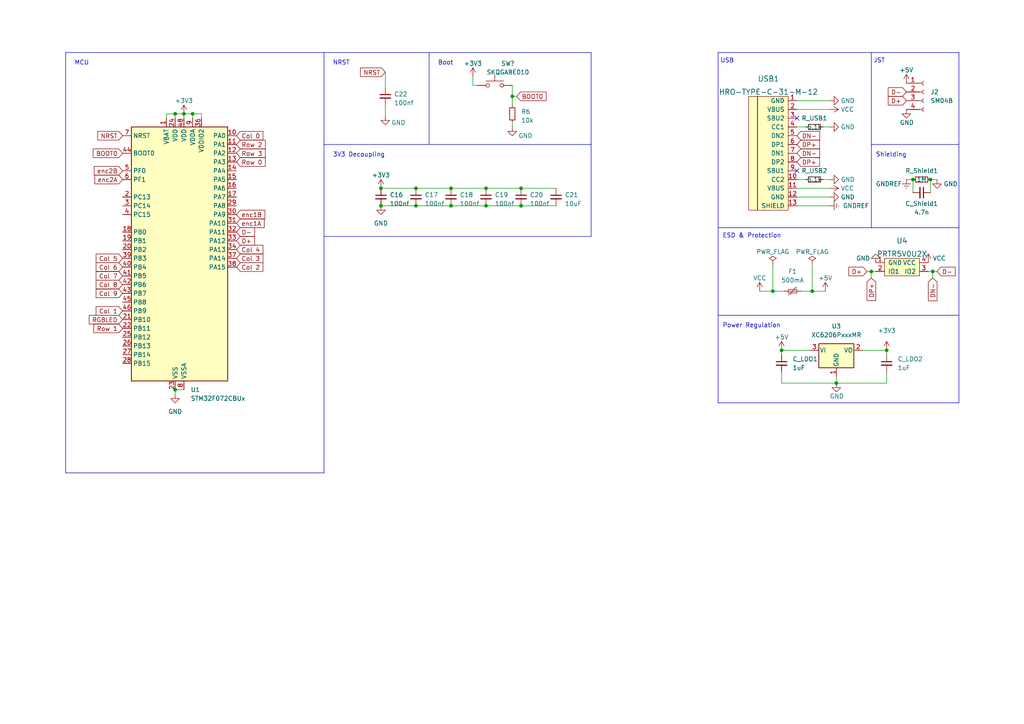
<source format=kicad_sch>
(kicad_sch (version 20230121) (generator eeschema)
  (paper "A4")
  (lib_symbols
    (symbol "+3V3_1" (power) (pin_names (offset 0))
      (property "Value" "+3V3_1" (at 0 3.556 0))
      (symbol "+3V3_1_0_1"
        (polyline (pts (xy -0.762 1.27) (xy 0 2.54)))
        (polyline (pts (xy 0 0) (xy 0 2.54)))
        (polyline (pts (xy 0 2.54) (xy 0.762 1.27)))
      )
      (symbol "+3V3_1_1_1"
        (pin power_in line (at 0 0 90) (length 0) hide (name "+3V3") (number "1"))
      )
    )
    (symbol "Connector:Conn_01x04_Female" (pin_names (offset 1.016) hide)
      (property "Reference" "J" (at 0 5.08 0))
      (property "Value" "Conn_01x04_Female" (at 0 -7.62 0))
      (symbol "Conn_01x04_Female_1_1"
        (arc (start 0 -4.572) (mid -0.5058 -5.08) (end 0 -5.588) (stroke (width 0.1524)))
        (arc (start 0 -2.032) (mid -0.5058 -2.54) (end 0 -3.048) (stroke (width 0.1524)))
        (polyline (pts (xy -1.27 -5.08) (xy -0.508 -5.08)) (stroke (width 0.1524)))
        (polyline (pts (xy -1.27 -2.54) (xy -0.508 -2.54)) (stroke (width 0.1524)))
        (polyline (pts (xy -1.27 0) (xy -0.508 0)) (stroke (width 0.1524)))
        (polyline (pts (xy -1.27 2.54) (xy -0.508 2.54)) (stroke (width 0.1524)))
        (arc (start 0 0.508) (mid -0.5058 0) (end 0 -0.508) (stroke (width 0.1524)))
        (arc (start 0 3.048) (mid -0.5058 2.54) (end 0 2.032) (stroke (width 0.1524)))
        (pin passive line (at -5.08 2.54 0) (length 3.81) (name "Pin_1") (number "1"))
        (pin passive line (at -5.08 0 0) (length 3.81) (name "Pin_2") (number "2"))
        (pin passive line (at -5.08 -2.54 0) (length 3.81) (name "Pin_3") (number "3"))
        (pin passive line (at -5.08 -5.08 0) (length 3.81) (name "Pin_4") (number "4"))
      )
    )
    (symbol "Device:C_Small" (pin_numbers hide) (pin_names (offset 0.254) hide)
      (property "Reference" "C" (at 0.254 1.778 0))
      (property "Value" "C_Small" (at 0.254 -2.032 0))
      (symbol "C_Small_0_1"
        (polyline (pts (xy -1.524 -0.508) (xy 1.524 -0.508)) (stroke (width 0.3302)))
        (polyline (pts (xy -1.524 0.508) (xy 1.524 0.508)) (stroke (width 0.3048)))
      )
      (symbol "C_Small_1_1"
        (pin passive line (at 0 2.54 270) (length 2.032) (name "~") (number "1"))
        (pin passive line (at 0 -2.54 90) (length 2.032) (name "~") (number "2"))
      )
    )
    (symbol "Device:Polyfuse_Small" (pin_numbers hide) (pin_names (offset 0))
      (property "Reference" "F" (at -1.905 0 90))
      (property "Value" "Polyfuse_Small" (at 1.905 0 90))
      (symbol "Polyfuse_Small_0_1"
        (rectangle (start -0.508 1.27) (end 0.508 -1.27))
        (polyline (pts (xy 0 2.54) (xy 0 -2.54)))
        (polyline (pts (xy -1.016 1.27) (xy -1.016 0.762) (xy 1.016 -0.762) (xy 1.016 -1.27)))
      )
      (symbol "Polyfuse_Small_1_1"
        (pin passive line (at 0 2.54 270) (length 0.635) (name "~") (number "1"))
        (pin passive line (at 0 -2.54 90) (length 0.635) (name "~") (number "2"))
      )
    )
    (symbol "Device:R_Small" (pin_numbers hide) (pin_names (offset 0.254) hide)
      (property "Reference" "R" (at 0.762 0.508 0))
      (property "Value" "R_Small" (at 0.762 -1.016 0))
      (symbol "R_Small_0_1"
        (rectangle (start -0.762 1.778) (end 0.762 -1.778) (stroke (width 0.2032)))
      )
      (symbol "R_Small_1_1"
        (pin passive line (at 0 2.54 270) (length 0.762) (name "~") (number "1"))
        (pin passive line (at 0 -2.54 90) (length 0.762) (name "~") (number "2"))
      )
    )
    (symbol "GND_1" (power) (pin_names (offset 0))
      (property "Value" "GND_1" (at 0 -3.81 0))
      (symbol "GND_1_0_1"
        (polyline (pts (xy 0 0) (xy 0 -1.27) (xy 1.27 -1.27) (xy 0 -2.54) (xy -1.27 -1.27) (xy 0 -1.27)))
      )
      (symbol "GND_1_1_1"
        (pin power_in line (at 0 0 270) (length 0) hide (name "GND") (number "1"))
      )
    )
    (symbol "MCU_ST_STM32F0:STM32F072CBUx"
      (property "Reference" "U" (at -12.7 39.37 0))
      (property "Value" "STM32F072CBUx" (at 10.16 39.37 0))
      (symbol "STM32F072CBUx_0_1"
        (rectangle (start -12.7 -35.56) (end 15.24 38.1) (stroke (width 0.254)) (fill (type background)))
      )
      (symbol "STM32F072CBUx_1_1"
        (pin power_in line (at -2.54 40.64 270) (length 2.54) (name "VBAT") (number "1"))
        (pin bidirectional line (at 17.78 35.56 180) (length 2.54) (name "PA0") (number "10"))
        (pin bidirectional line (at 17.78 33.02 180) (length 2.54) (name "PA1") (number "11"))
        (pin bidirectional line (at 17.78 30.48 180) (length 2.54) (name "PA2") (number "12"))
        (pin bidirectional line (at 17.78 27.94 180) (length 2.54) (name "PA3") (number "13"))
        (pin bidirectional line (at 17.78 25.4 180) (length 2.54) (name "PA4") (number "14"))
        (pin bidirectional line (at 17.78 22.86 180) (length 2.54) (name "PA5") (number "15"))
        (pin bidirectional line (at 17.78 20.32 180) (length 2.54) (name "PA6") (number "16"))
        (pin bidirectional line (at 17.78 17.78 180) (length 2.54) (name "PA7") (number "17"))
        (pin bidirectional line (at -15.24 7.62 0) (length 2.54) (name "PB0") (number "18"))
        (pin bidirectional line (at -15.24 5.08 0) (length 2.54) (name "PB1") (number "19"))
        (pin bidirectional line (at -15.24 17.78 0) (length 2.54) (name "PC13") (number "2"))
        (pin bidirectional line (at -15.24 2.54 0) (length 2.54) (name "PB2") (number "20"))
        (pin bidirectional line (at -15.24 -17.78 0) (length 2.54) (name "PB10") (number "21"))
        (pin bidirectional line (at -15.24 -20.32 0) (length 2.54) (name "PB11") (number "22"))
        (pin power_in line (at 0 -38.1 90) (length 2.54) (name "VSS") (number "23"))
        (pin power_in line (at 0 40.64 270) (length 2.54) (name "VDD") (number "24"))
        (pin bidirectional line (at -15.24 -22.86 0) (length 2.54) (name "PB12") (number "25"))
        (pin bidirectional line (at -15.24 -25.4 0) (length 2.54) (name "PB13") (number "26"))
        (pin bidirectional line (at -15.24 -27.94 0) (length 2.54) (name "PB14") (number "27"))
        (pin bidirectional line (at -15.24 -30.48 0) (length 2.54) (name "PB15") (number "28"))
        (pin bidirectional line (at 17.78 15.24 180) (length 2.54) (name "PA8") (number "29"))
        (pin bidirectional line (at -15.24 15.24 0) (length 2.54) (name "PC14") (number "3"))
        (pin bidirectional line (at 17.78 12.7 180) (length 2.54) (name "PA9") (number "30"))
        (pin bidirectional line (at 17.78 10.16 180) (length 2.54) (name "PA10") (number "31"))
        (pin bidirectional line (at 17.78 7.62 180) (length 2.54) (name "PA11") (number "32"))
        (pin bidirectional line (at 17.78 5.08 180) (length 2.54) (name "PA12") (number "33"))
        (pin bidirectional line (at 17.78 2.54 180) (length 2.54) (name "PA13") (number "34"))
        (pin passive line (at 0 -38.1 90) (length 2.54) hide (name "VSS") (number "35"))
        (pin power_in line (at 7.62 40.64 270) (length 2.54) (name "VDDIO2") (number "36"))
        (pin bidirectional line (at 17.78 0 180) (length 2.54) (name "PA14") (number "37"))
        (pin bidirectional line (at 17.78 -2.54 180) (length 2.54) (name "PA15") (number "38"))
        (pin bidirectional line (at -15.24 0 0) (length 2.54) (name "PB3") (number "39"))
        (pin bidirectional line (at -15.24 12.7 0) (length 2.54) (name "PC15") (number "4"))
        (pin bidirectional line (at -15.24 -2.54 0) (length 2.54) (name "PB4") (number "40"))
        (pin bidirectional line (at -15.24 -5.08 0) (length 2.54) (name "PB5") (number "41"))
        (pin bidirectional line (at -15.24 -7.62 0) (length 2.54) (name "PB6") (number "42"))
        (pin bidirectional line (at -15.24 -10.16 0) (length 2.54) (name "PB7") (number "43"))
        (pin input line (at -15.24 30.48 0) (length 2.54) (name "BOOT0") (number "44"))
        (pin bidirectional line (at -15.24 -12.7 0) (length 2.54) (name "PB8") (number "45"))
        (pin bidirectional line (at -15.24 -15.24 0) (length 2.54) (name "PB9") (number "46"))
        (pin passive line (at 0 -38.1 90) (length 2.54) hide (name "VSS") (number "47"))
        (pin power_in line (at 2.54 40.64 270) (length 2.54) (name "VDD") (number "48"))
        (pin passive line (at 0 -38.1 90) (length 2.54) hide (name "VSS") (number "49"))
        (pin bidirectional line (at -15.24 25.4 0) (length 2.54) (name "PF0") (number "5"))
        (pin bidirectional line (at -15.24 22.86 0) (length 2.54) (name "PF1") (number "6"))
        (pin input line (at -15.24 35.56 0) (length 2.54) (name "NRST") (number "7"))
        (pin power_in line (at 2.54 -38.1 90) (length 2.54) (name "VSSA") (number "8"))
        (pin power_in line (at 5.08 40.64 270) (length 2.54) (name "VDDA") (number "9"))
      )
    )
    (symbol "Regulator_Linear:XC6206PxxxMR" (pin_names (offset 0.254))
      (property "Reference" "U" (at -3.81 3.175 0))
      (property "Value" "XC6206PxxxMR" (at 0 3.175 0))
      (symbol "XC6206PxxxMR_0_1"
        (rectangle (start -5.08 1.905) (end 5.08 -5.08) (stroke (width 0.254)) (fill (type background)))
      )
      (symbol "XC6206PxxxMR_1_1"
        (pin power_in line (at 0 -7.62 90) (length 2.54) (name "GND") (number "1"))
        (pin power_out line (at 7.62 0 180) (length 2.54) (name "VO") (number "2"))
        (pin power_in line (at -7.62 0 0) (length 2.54) (name "VI") (number "3"))
      )
    )
    (symbol "Switch:SW_Push" (pin_numbers hide) (pin_names (offset 1.016) hide)
      (property "Reference" "SW" (at 1.27 2.54 0))
      (property "Value" "SW_Push" (at 0 -1.524 0))
      (symbol "SW_Push_0_1"
        (circle (center -2.032 0) (radius 0.508))
        (polyline (pts (xy 0 1.27) (xy 0 3.048)))
        (polyline (pts (xy 2.54 1.27) (xy -2.54 1.27)))
        (circle (center 2.032 0) (radius 0.508))
        (pin passive line (at -5.08 0 0) (length 2.54) (name "1") (number "1"))
        (pin passive line (at 5.08 0 180) (length 2.54) (name "2") (number "2"))
      )
    )
    (symbol "cipulot_parts:HRO-TYPE-C-31-M-12" (pin_names (offset 1.016))
      (property "Reference" "USB" (at -5.08 16.51 0))
      (property "Value" "HRO-TYPE-C-31-M-12" (at -10.16 -1.27 90))
      (symbol "HRO-TYPE-C-31-M-12_0_1"
        (rectangle (start -11.43 15.24) (end -8.89 -17.78) (fill (type background)))
        (rectangle (start 0 -17.78) (end -8.89 15.24) (fill (type background)))
      )
      (symbol "HRO-TYPE-C-31-M-12_1_1"
        (pin input line (at 2.54 13.97 180) (length 2.54) (name "GND") (number "1"))
        (pin input line (at 2.54 -8.89 180) (length 2.54) (name "CC2") (number "10"))
        (pin input line (at 2.54 -11.43 180) (length 2.54) (name "VBUS") (number "11"))
        (pin input line (at 2.54 -13.97 180) (length 2.54) (name "GND") (number "12"))
        (pin input line (at 2.54 -16.51 180) (length 2.54) (name "SHIELD") (number "13"))
        (pin input line (at 2.54 11.43 180) (length 2.54) (name "VBUS") (number "2"))
        (pin input line (at 2.54 8.89 180) (length 2.54) (name "SBU2") (number "3"))
        (pin input line (at 2.54 6.35 180) (length 2.54) (name "CC1") (number "4"))
        (pin input line (at 2.54 3.81 180) (length 2.54) (name "DN2") (number "5"))
        (pin input line (at 2.54 1.27 180) (length 2.54) (name "DP1") (number "6"))
        (pin input line (at 2.54 -1.27 180) (length 2.54) (name "DN1") (number "7"))
        (pin input line (at 2.54 -3.81 180) (length 2.54) (name "DP2") (number "8"))
        (pin input line (at 2.54 -6.35 180) (length 2.54) (name "SBU1") (number "9"))
      )
    )
    (symbol "cipulot_parts:PRTR5V0U2X" (pin_names (offset 1.016))
      (property "Reference" "U" (at 0 3.81 0))
      (property "Value" "PRTR5V0U2X" (at 0 -3.81 0))
      (symbol "PRTR5V0U2X_0_1"
        (rectangle (start -5.08 2.54) (end 5.08 -2.54) (fill (type background)))
      )
      (symbol "PRTR5V0U2X_1_1"
        (pin input line (at -7.62 1.27 0) (length 2.54) (name "GND") (number "1"))
        (pin input line (at -7.62 -1.27 0) (length 2.54) (name "IO1") (number "2"))
        (pin input line (at 7.62 -1.27 180) (length 2.54) (name "IO2") (number "3"))
        (pin input line (at 7.62 1.27 180) (length 2.54) (name "VCC") (number "4"))
      )
    )
    (symbol "power:+3V3" (power) (pin_names (offset 0))
      (property "Value" "+3V3" (at 0 3.556 0))
      (symbol "+3V3_0_1"
        (polyline (pts (xy -0.762 1.27) (xy 0 2.54)))
        (polyline (pts (xy 0 0) (xy 0 2.54)))
        (polyline (pts (xy 0 2.54) (xy 0.762 1.27)))
      )
      (symbol "+3V3_1_1"
        (pin power_in line (at 0 0 90) (length 0) hide (name "+3V3") (number "1"))
      )
    )
    (symbol "power:+5V" (power) (pin_names (offset 0))
      (property "Value" "+5V" (at 0 3.556 0))
      (symbol "+5V_0_1"
        (polyline (pts (xy -0.762 1.27) (xy 0 2.54)))
        (polyline (pts (xy 0 0) (xy 0 2.54)))
        (polyline (pts (xy 0 2.54) (xy 0.762 1.27)))
      )
      (symbol "+5V_1_1"
        (pin power_in line (at 0 0 90) (length 0) hide (name "+5V") (number "1"))
      )
    )
    (symbol "power:GND" (power) (pin_names (offset 0))
      (property "Value" "GND" (at 0 -3.81 0))
      (symbol "GND_0_1"
        (polyline (pts (xy 0 0) (xy 0 -1.27) (xy 1.27 -1.27) (xy 0 -2.54) (xy -1.27 -1.27) (xy 0 -1.27)))
      )
      (symbol "GND_1_1"
        (pin power_in line (at 0 0 270) (length 0) hide (name "GND") (number "1"))
      )
    )
    (symbol "power:GNDREF" (power) (pin_names (offset 0))
      (property "Value" "GNDREF" (at 0 -3.81 0))
      (symbol "GNDREF_0_1"
        (polyline (pts (xy -0.635 -1.905) (xy 0.635 -1.905)))
        (polyline (pts (xy -0.127 -2.54) (xy 0.127 -2.54)))
        (polyline (pts (xy 0 -1.27) (xy 0 0)))
        (polyline (pts (xy 1.27 -1.27) (xy -1.27 -1.27)))
      )
      (symbol "GNDREF_1_1"
        (pin power_in line (at 0 0 270) (length 0) hide (name "GNDREF") (number "1"))
      )
    )
    (symbol "power:PWR_FLAG" (power) (pin_numbers hide) (pin_names (offset 0) hide)
      (property "Value" "PWR_FLAG" (at 0 3.81 0))
      (symbol "PWR_FLAG_0_0"
        (pin power_out line (at 0 0 90) (length 0) (name "pwr") (number "1"))
      )
      (symbol "PWR_FLAG_0_1"
        (polyline (pts (xy 0 0) (xy 0 1.27) (xy -1.016 1.905) (xy 0 2.54) (xy 1.016 1.905) (xy 0 1.27)))
      )
    )
    (symbol "power:VCC" (power) (pin_names (offset 0))
      (property "Value" "VCC" (at 0 3.81 0))
      (symbol "VCC_0_1"
        (polyline (pts (xy -0.762 1.27) (xy 0 2.54)))
        (polyline (pts (xy 0 0) (xy 0 2.54)))
        (polyline (pts (xy 0 2.54) (xy 0.762 1.27)))
      )
      (symbol "VCC_1_1"
        (pin power_in line (at 0 0 90) (length 0) hide (name "VCC") (number "1"))
      )
    )
  )
  (junction (at 270.51 78.74))
  (junction (at 257.175 101.6))
  (junction (at 264.795 52.07))
  (junction (at 120.65 54.61))
  (junction (at 50.8 113.03))
  (junction (at 269.875 52.07))
  (junction (at 252.73 78.74))
  (junction (at 110.49 59.69))
  (junction (at 151.13 54.61))
  (junction (at 110.49 54.61))
  (junction (at 224.155 84.455))
  (junction (at 130.81 54.61))
  (junction (at 130.81 59.69))
  (junction (at 151.13 59.69))
  (junction (at 148.59 27.94))
  (junction (at 242.57 111.125))
  (junction (at 53.34 33.02))
  (junction (at 50.8 33.02))
  (junction (at 55.88 33.02))
  (junction (at 120.65 59.69))
  (junction (at 140.97 54.61))
  (junction (at 235.585 84.455))
  (junction (at 226.695 101.6))
  (junction (at 140.97 59.69))
  (no_connect (at 231.14 34.29))
  (no_connect (at 231.14 49.53))
  (wire (pts (xy 50.8 114.3) (xy 50.8 113.03)))
  (polyline (pts (xy 252.73 41.91) (xy 278.13 41.91)))
  (wire (pts (xy 110.49 59.69) (xy 120.65 59.69)))
  (wire (pts (xy 231.14 54.61) (xy 240.665 54.61)))
  (polyline (pts (xy 208.28 15.24) (xy 208.28 66.04)))
  (polyline (pts (xy 208.28 91.44) (xy 278.13 91.44)))
  (polyline (pts (xy 278.13 66.04) (xy 278.13 116.84)))
  (polyline (pts (xy 93.98 137.16) (xy 93.98 15.24)))
  (polyline (pts (xy 152.4 15.24) (xy 171.45 15.24)))
  (wire (pts (xy 148.59 27.94) (xy 149.86 27.94)))
  (wire (pts (xy 50.8 33.02) (xy 50.8 34.29)))
  (wire (pts (xy 138.43 24.765) (xy 137.16 24.765)))
  (wire (pts (xy 231.14 57.15) (xy 240.665 57.15)))
  (wire (pts (xy 55.88 33.02) (xy 55.88 34.29)))
  (wire (pts (xy 148.59 24.765) (xy 148.59 27.94)))
  (wire (pts (xy 48.26 33.02) (xy 48.26 34.29)))
  (wire (pts (xy 130.81 54.61) (xy 140.97 54.61)))
  (wire (pts (xy 50.8 113.03) (xy 53.34 113.03)))
  (wire (pts (xy 137.16 24.765) (xy 137.16 22.225)))
  (wire (pts (xy 226.695 107.95) (xy 226.695 111.125)))
  (polyline (pts (xy 19.05 137.16) (xy 93.98 137.16)))
  (wire (pts (xy 53.34 33.02) (xy 53.34 34.29)))
  (wire (pts (xy 224.155 84.455) (xy 227.33 84.455)))
  (polyline (pts (xy 278.13 15.24) (xy 278.13 66.04)))
  (polyline (pts (xy 208.28 15.24) (xy 278.13 15.24)))
  (wire (pts (xy 262.89 52.07) (xy 264.795 52.07)))
  (wire (pts (xy 238.76 52.07) (xy 240.665 52.07)))
  (polyline (pts (xy 252.73 15.24) (xy 252.73 66.04)))
  (wire (pts (xy 252.73 78.74) (xy 254 78.74)))
  (wire (pts (xy 140.97 54.61) (xy 151.13 54.61)))
  (polyline (pts (xy 93.98 68.58) (xy 171.45 68.58)))
  (wire (pts (xy 120.65 59.69) (xy 130.81 59.69)))
  (wire (pts (xy 130.81 59.69) (xy 140.97 59.69)))
  (wire (pts (xy 220.345 84.455) (xy 224.155 84.455)))
  (wire (pts (xy 252.73 78.74) (xy 252.73 80.645)))
  (polyline (pts (xy 171.45 68.58) (xy 171.45 41.91)))
  (wire (pts (xy 231.14 29.21) (xy 240.665 29.21)))
  (polyline (pts (xy 124.46 15.24) (xy 124.46 41.91)))
  (wire (pts (xy 250.19 101.6) (xy 257.175 101.6)))
  (wire (pts (xy 140.97 59.69) (xy 151.13 59.69)))
  (wire (pts (xy 257.175 111.125) (xy 257.175 107.95)))
  (wire (pts (xy 231.14 52.07) (xy 233.68 52.07)))
  (wire (pts (xy 148.59 27.94) (xy 148.59 30.48)))
  (wire (pts (xy 235.585 76.835) (xy 235.585 84.455)))
  (wire (pts (xy 111.76 20.955) (xy 111.76 25.4)))
  (wire (pts (xy 226.695 101.6) (xy 226.695 102.87)))
  (polyline (pts (xy 93.98 15.24) (xy 19.05 15.24)))
  (wire (pts (xy 224.155 76.835) (xy 224.155 84.455)))
  (wire (pts (xy 151.13 59.69) (xy 161.29 59.69)))
  (wire (pts (xy 264.795 52.07) (xy 264.795 55.88)))
  (wire (pts (xy 55.88 33.02) (xy 58.42 33.02)))
  (wire (pts (xy 231.14 31.75) (xy 240.665 31.75)))
  (wire (pts (xy 257.175 101.6) (xy 257.175 102.87)))
  (wire (pts (xy 251.46 78.74) (xy 252.73 78.74)))
  (polyline (pts (xy 278.13 66.04) (xy 208.28 66.04)))
  (polyline (pts (xy 93.98 41.91) (xy 152.4 41.91)))
  (wire (pts (xy 48.26 33.02) (xy 50.8 33.02)))
  (wire (pts (xy 235.585 84.455) (xy 239.395 84.455)))
  (wire (pts (xy 232.41 84.455) (xy 235.585 84.455)))
  (wire (pts (xy 50.8 33.02) (xy 53.34 33.02)))
  (wire (pts (xy 231.14 59.69) (xy 240.665 59.69)))
  (wire (pts (xy 270.51 78.74) (xy 270.51 80.645)))
  (wire (pts (xy 226.695 101.6) (xy 234.95 101.6)))
  (wire (pts (xy 58.42 33.02) (xy 58.42 34.29)))
  (wire (pts (xy 269.875 52.07) (xy 271.78 52.07)))
  (wire (pts (xy 110.49 54.61) (xy 120.65 54.61)))
  (wire (pts (xy 270.51 78.74) (xy 271.78 78.74)))
  (wire (pts (xy 120.65 54.61) (xy 130.81 54.61)))
  (polyline (pts (xy 208.28 116.84) (xy 208.28 66.04)))
  (polyline (pts (xy 278.13 116.84) (xy 208.28 116.84)))
  (wire (pts (xy 231.14 36.83) (xy 233.68 36.83)))
  (polyline (pts (xy 93.98 15.24) (xy 152.4 15.24)))
  (polyline (pts (xy 19.05 15.24) (xy 19.05 137.16)))
  (wire (pts (xy 55.88 33.02) (xy 53.34 33.02)))
  (wire (pts (xy 269.24 78.74) (xy 270.51 78.74)))
  (polyline (pts (xy 171.45 15.24) (xy 171.45 41.91)))
  (wire (pts (xy 269.875 52.07) (xy 269.875 55.88)))
  (wire (pts (xy 151.13 54.61) (xy 161.29 54.61)))
  (wire (pts (xy 226.695 111.125) (xy 242.57 111.125)))
  (wire (pts (xy 242.57 111.125) (xy 257.175 111.125)))
  (wire (pts (xy 148.59 35.56) (xy 148.59 36.83)))
  (wire (pts (xy 238.76 36.83) (xy 240.665 36.83)))
  (wire (pts (xy 242.57 109.22) (xy 242.57 111.125)))
  (polyline (pts (xy 152.4 41.91) (xy 171.45 41.91)))
  (wire (pts (xy 111.76 33.655) (xy 111.76 30.48)))
  (text "Power Regulation" (at 209.55 95.25 0) (effects (font (size 1.27 1.27)) (justify left bottom)))
  (text "MCU" (at 21.59 19.05 0) (effects (font (size 1.27 1.27)) (justify left bottom)))
  (text "JST" (at 253.365 18.415 0) (effects (font (size 1.27 1.27)) (justify left bottom)))
  (text "USB\n" (at 208.915 18.415 0) (effects (font (size 1.27 1.27)) (justify left bottom)))
  (text "Boot" (at 127 19.05 0) (effects (font (size 1.27 1.27)) (justify left bottom)))
  (text "Shielding\n" (at 254 45.72 0) (effects (font (size 1.27 1.27)) (justify left bottom)))
  (text "ESD & Protection" (at 209.55 69.215 0) (effects (font (size 1.27 1.27)) (justify left bottom)))
  (text "NRST" (at 96.52 19.05 0) (effects (font (size 1.27 1.27)) (justify left bottom)))
  (text "3V3 Decoupling" (at 96.52 45.72 0) (effects (font (size 1.27 1.27)) (justify left bottom)))
  (global_label "Col 8" (shape input) (at 35.56 82.55 180) (property "Intersheetrefs" "${INTERSHEET_REFS}" (effects hide)))
  (global_label "D-" (shape input) (at 271.78 78.74 0) (property "Intersheetrefs" "${INTERSHEET_REFS}" (effects hide)))
  (global_label "Col 1" (shape input) (at 35.56 90.17 180) (property "Intersheetrefs" "${INTERSHEET_REFS}" (effects hide)))
  (global_label "enc2A" (shape input) (at 35.56 52.07 180) (property "Intersheetrefs" "${INTERSHEET_REFS}" (effects hide)))
  (global_label "D-" (shape input) (at 262.89 26.67 180) (property "Intersheetrefs" "${INTERSHEET_REFS}" (effects hide)))
  (global_label "RGBLED" (shape input) (at 35.56 92.71 180) (property "Intersheetrefs" "${INTERSHEET_REFS}" (effects hide)))
  (global_label "Col 0" (shape input) (at 68.58 39.37 0) (property "Intersheetrefs" "${INTERSHEET_REFS}" (effects hide)))
  (global_label "D+" (shape input) (at 251.46 78.74 180) (property "Intersheetrefs" "${INTERSHEET_REFS}" (effects hide)))
  (global_label "DP+" (shape input) (at 231.14 41.91 0) (property "Intersheetrefs" "${INTERSHEET_REFS}" (effects hide)))
  (global_label "Row 2" (shape input) (at 68.58 41.91 0) (property "Intersheetrefs" "${INTERSHEET_REFS}" (effects hide)))
  (global_label "D+" (shape input) (at 68.58 69.85 0) (property "Intersheetrefs" "${INTERSHEET_REFS}" (effects hide)))
  (global_label "Row 0" (shape input) (at 68.58 46.99 0) (property "Intersheetrefs" "${INTERSHEET_REFS}" (effects hide)))
  (global_label "NRST" (shape input) (at 35.56 39.37 180) (property "Intersheetrefs" "${INTERSHEET_REFS}" (effects hide)))
  (global_label "DN-" (shape input) (at 231.14 44.45 0) (property "Intersheetrefs" "${INTERSHEET_REFS}" (effects hide)))
  (global_label "Col 5" (shape input) (at 35.56 74.93 180) (property "Intersheetrefs" "${INTERSHEET_REFS}" (effects hide)))
  (global_label "Col 2" (shape input) (at 68.58 77.47 0) (property "Intersheetrefs" "${INTERSHEET_REFS}" (effects hide)))
  (global_label "D+" (shape input) (at 262.89 29.21 180) (property "Intersheetrefs" "${INTERSHEET_REFS}" (effects hide)))
  (global_label "Col 9" (shape input) (at 35.56 85.09 180) (property "Intersheetrefs" "${INTERSHEET_REFS}" (effects hide)))
  (global_label "Col 6" (shape input) (at 35.56 77.47 180) (property "Intersheetrefs" "${INTERSHEET_REFS}" (effects hide)))
  (global_label "Col 7" (shape input) (at 35.56 80.01 180) (property "Intersheetrefs" "${INTERSHEET_REFS}" (effects hide)))
  (global_label "Row 3" (shape input) (at 68.58 44.45 0) (property "Intersheetrefs" "${INTERSHEET_REFS}" (effects hide)))
  (global_label "NRST" (shape input) (at 111.76 20.955 180) (property "Intersheetrefs" "${INTERSHEET_REFS}" (effects hide)))
  (global_label "enc1B" (shape input) (at 68.58 62.23 0) (property "Intersheetrefs" "${INTERSHEET_REFS}" (effects hide)))
  (global_label "Row 1" (shape input) (at 35.56 95.25 180) (property "Intersheetrefs" "${INTERSHEET_REFS}" (effects hide)))
  (global_label "enc1A" (shape input) (at 68.58 64.77 0) (property "Intersheetrefs" "${INTERSHEET_REFS}" (effects hide)))
  (global_label "enc2B" (shape input) (at 35.56 49.53 180) (property "Intersheetrefs" "${INTERSHEET_REFS}" (effects hide)))
  (global_label "Col 3" (shape input) (at 68.58 74.93 0) (property "Intersheetrefs" "${INTERSHEET_REFS}" (effects hide)))
  (global_label "DN-" (shape input) (at 231.14 39.37 0) (property "Intersheetrefs" "${INTERSHEET_REFS}" (effects hide)))
  (global_label "BOOT0" (shape input) (at 35.56 44.45 180) (property "Intersheetrefs" "${INTERSHEET_REFS}" (effects hide)))
  (global_label "Col 4" (shape input) (at 68.58 72.39 0) (property "Intersheetrefs" "${INTERSHEET_REFS}" (effects hide)))
  (global_label "BOOT0" (shape input) (at 149.86 27.94 0) (property "Intersheetrefs" "${INTERSHEET_REFS}" (effects hide)))
  (global_label "DP+" (shape input) (at 252.73 80.645 270) (property "Intersheetrefs" "${INTERSHEET_REFS}" (effects hide)))
  (global_label "DP+" (shape input) (at 231.14 46.99 0) (property "Intersheetrefs" "${INTERSHEET_REFS}" (effects hide)))
  (global_label "DN-" (shape input) (at 270.51 80.645 270) (property "Intersheetrefs" "${INTERSHEET_REFS}" (effects hide)))
  (global_label "D-" (shape input) (at 68.58 67.31 0) (property "Intersheetrefs" "${INTERSHEET_REFS}" (effects hide)))
  (symbol (lib_id "power:+3V3") (at 257.175 101.6 0) (unit 1)
    (property "Reference" "#PWR0125" (effects hide))
    (property "Value" "+3V3" (at 257.175 95.885 0))
  )
  (symbol (lib_id "Device:C_Small") (at 226.695 105.41 0) (unit 1)
    (property "Reference" "C_LDO1" (at 229.87 104.1463 0) (effects (justify left)))
    (property "Value" "1uF" (at 229.87 106.6863 0) (effects (justify left)))
    (property "Footprint" "Capacitor_SMD:C_0402_1005Metric" (effects hide))
  )
  (symbol (lib_id "power:+5V") (at 262.89 24.13 0) (unit 1)
    (property "Reference" "#PWR0127" (effects hide))
    (property "Value" "+5V" (at 262.89 20.32 0))
  )
  (symbol (lib_id "power:GND") (at 240.665 57.15 90) (unit 1)
    (property "Reference" "#PWR0136" (effects hide))
    (property "Value" "GND" (at 243.84 57.1499 90) (effects (justify right)))
  )
  (symbol (lib_id "power:GND") (at 242.57 111.125 0) (unit 1)
    (property "Reference" "#PWR0126" (effects hide))
    (property "Value" "GND" (at 240.665 114.935 0) (effects (justify left)))
  )
  (symbol (lib_id "Device:C_Small") (at 110.49 57.15 0) (unit 1)
    (property "Reference" "C16" (at 113.03 56.5213 0) (effects (justify left)))
    (property "Value" "100nf" (at 113.03 59.0613 0) (effects (justify left)))
    (property "Footprint" "Capacitor_SMD:C_0402_1005Metric" (effects hide))
  )
  (symbol (lib_id "power:VCC") (at 220.345 84.455 0) (unit 1)
    (property "Reference" "#PWR0143" (effects hide))
    (property "Value" "VCC" (at 220.345 80.645 0))
  )
  (symbol (lib_id "Device:C_Small") (at 257.175 105.41 0) (unit 1)
    (property "Reference" "C_LDO2" (at 260.35 104.1463 0) (effects (justify left)))
    (property "Value" "1uF" (at 260.35 106.6863 0) (effects (justify left)))
    (property "Footprint" "Capacitor_SMD:C_0402_1005Metric" (effects hide))
  )
  (symbol (lib_id "Switch:SW_Push") (at 143.51 24.765 0) (unit 1)
    (property "Reference" "SW?" (at 147.32 18.415 0))
    (property "Value" "SKQGABE010" (at 147.32 20.955 0))
    (property "Footprint" "Connector_PinSocket_2.54mm:PinSocket_1x02_P2.54mm_Vertical" (effects hide))
    (property "LCSC" "C115351" (effects hide))
    (instances (project "TKL" (path "" (reference "SW?") (unit 1))) (project "Eightu" (path "" (reference "SW6") (unit 1))) (project "stm32_hotswap_chiffre" (path "" (reference "SW37") (unit 1))) (project "Infernum HS" (path "" (reference "SW5") (unit 1))))
  )
  (symbol (lib_id "Device:R_Small") (at 267.335 52.07 90) (unit 1)
    (property "Reference" "R_Shield1" (at 267.335 49.53 90))
    (property "Value" "1M" (at 267.335 52.07 90))
    (property "Footprint" "Resistor_SMD:R_0402_1005Metric" (effects hide))
  )
  (symbol (lib_id "power:GND") (at 240.665 36.83 90) (unit 1)
    (property "Reference" "#PWR0133" (effects hide))
    (property "Value" "GND" (at 243.84 36.8299 90) (effects (justify right)))
  )
  (symbol (lib_id "Device:R_Small") (at 236.22 36.83 90) (unit 1)
    (property "Reference" "R_USB1" (at 236.22 34.29 90))
    (property "Value" "5.1k" (at 236.22 36.83 90))
    (property "Footprint" "Resistor_SMD:R_0402_1005Metric" (effects hide))
  )
  (symbol (lib_id "power:GND") (at 148.59 36.83 0) (unit 1)
    (property "Reference" "#PWR?" (effects hide))
    (property "Value" "GND" (at 152.4 39.37 0))
    (instances (project "TKL" (path "" (reference "#PWR?") (unit 1))) (project "Eightu" (path "" (reference "#PWR011") (unit 1))) (project "stm32_hotswap_chiffre" (path "" (reference "#PWR011") (unit 1))) (project "Infernum HS" (path "" (reference "#PWR05") (unit 1))))
  )
  (symbol (lib_id "power:PWR_FLAG") (at 235.585 76.835 0) (unit 1)
    (property "Reference" "#FLG0101" (effects hide))
    (property "Value" "PWR_FLAG" (at 235.585 73.025 0))
  )
  (symbol (lib_id "power:GND") (at 254 76.2 180) (unit 1)
    (property "Reference" "#PWR0144" (effects hide))
    (property "Value" "GND" (at 248.285 74.93 0) (effects (justify right)))
  )
  (symbol (lib_name "+3V3_1") (lib_id "power:+3V3") (at 110.49 54.61 0) (unit 1)
    (property "Reference" "#PWR01" (effects hide))
    (property "Value" "+3V3" (at 110.49 50.8 0))
  )
  (symbol (lib_id "power:GND") (at 240.665 29.21 90) (unit 1)
    (property "Reference" "#PWR0131" (effects hide))
    (property "Value" "GND" (at 243.84 29.2099 90) (effects (justify right)))
  )
  (symbol (lib_id "power:VCC") (at 240.665 31.75 270) (unit 1)
    (property "Reference" "#PWR0132" (effects hide))
    (property "Value" "VCC" (at 243.84 31.7499 90) (effects (justify left)))
  )
  (symbol (lib_id "Connector:Conn_01x04_Female") (at 267.97 26.67 0) (unit 1)
    (property "Reference" "J2" (at 269.875 26.6699 0) (effects (justify left)))
    (property "Value" "SM04B" (at 269.875 29.2099 0) (effects (justify left)))
    (property "Footprint" "Connector_JST:JST_SH_SM04B-SRSS-TB_1x04-1MP_P1.00mm_Horizontal" (effects hide))
  )
  (symbol (lib_id "power:GNDREF") (at 262.89 52.07 0) (unit 1)
    (property "Reference" "#PWR0138" (effects hide))
    (property "Value" "GNDREF" (at 254 53.34 0) (effects (justify left)))
  )
  (symbol (lib_id "Device:C_Small") (at 130.81 57.15 0) (unit 1)
    (property "Reference" "C18" (at 133.35 56.5213 0) (effects (justify left)))
    (property "Value" "100nf" (at 133.35 59.0613 0) (effects (justify left)))
    (property "Footprint" "Capacitor_SMD:C_0402_1005Metric" (effects hide))
  )
  (symbol (lib_id "Device:C_Small") (at 120.65 57.15 0) (unit 1)
    (property "Reference" "C17" (at 123.19 56.5213 0) (effects (justify left)))
    (property "Value" "100nf" (at 123.19 59.0613 0) (effects (justify left)))
    (property "Footprint" "Capacitor_SMD:C_0402_1005Metric" (effects hide))
  )
  (symbol (lib_id "MCU_ST_STM32F0:STM32F072CBUx") (at 50.8 74.93 0) (unit 1)
    (property "Reference" "U1" (at 55.2959 113.03 0) (effects (justify left)))
    (property "Value" "STM32F072CBUx" (at 55.2959 115.57 0) (effects (justify left)))
    (property "Footprint" "Package_DFN_QFN:QFN-48-1EP_7x7mm_P0.5mm_EP5.6x5.6mm" (effects hide))
    (property "Datasheet" "https://www.st.com/resource/en/datasheet/stm32f072cb.pdf" (effects hide))
  )
  (symbol (lib_id "power:GND") (at 271.78 52.07 0) (unit 1)
    (property "Reference" "#PWR0139" (effects hide))
    (property "Value" "GND" (at 273.685 53.3399 0) (effects (justify left)))
  )
  (symbol (lib_id "power:GND") (at 111.76 33.655 0) (mirror y) (unit 1)
    (property "Reference" "#PWR?" (effects hide))
    (property "Value" "GND" (at 115.57 35.56 0))
    (instances (project "TKL" (path "" (reference "#PWR?") (unit 1))) (project "Eightu" (path "" (reference "#PWR012") (unit 1))) (project "stm32_hotswap_chiffre" (path "" (reference "#PWR012") (unit 1))) (project "Infernum HS" (path "" (reference "#PWR03") (unit 1))))
  )
  (symbol (lib_id "power:+3V3") (at 53.34 33.02 0) (unit 1)
    (property "Reference" "#PWR06" (effects hide))
    (property "Value" "+3V3" (at 53.34 29.21 0))
    (instances (project "Eightu" (path "" (reference "#PWR06") (unit 1))) (project "stm32_hotswap_chiffre" (path "" (reference "#PWR01") (unit 1))) (project "Infernum HS" (path "" (reference "#PWR08") (unit 1))))
  )
  (symbol (lib_id "power:GND") (at 240.665 52.07 90) (unit 1)
    (property "Reference" "#PWR0135" (effects hide))
    (property "Value" "GND" (at 243.84 52.0699 90) (effects (justify right)))
  )
  (symbol (lib_id "power:+5V") (at 226.695 101.6 0) (unit 1)
    (property "Reference" "#PWR0124" (effects hide))
    (property "Value" "+5V" (at 226.695 97.79 0))
  )
  (symbol (lib_id "power:GNDREF") (at 240.665 59.69 90) (unit 1)
    (property "Reference" "#PWR0137" (effects hide))
    (property "Value" "GNDREF" (at 244.475 59.6899 90) (effects (justify right)))
  )
  (symbol (lib_id "Device:Polyfuse_Small") (at 229.87 84.455 90) (unit 1)
    (property "Reference" "F1" (at 229.87 78.74 90))
    (property "Value" "500mA" (at 229.87 81.28 90))
    (property "Footprint" "Fuse:Fuse_0805_2012Metric" (effects hide))
  )
  (symbol (lib_id "power:VCC") (at 240.665 54.61 270) (unit 1)
    (property "Reference" "#PWR0134" (effects hide))
    (property "Value" "VCC" (at 243.84 54.6099 90) (effects (justify left)))
  )
  (symbol (lib_id "power:VCC") (at 269.24 76.2 0) (unit 1)
    (property "Reference" "#PWR0140" (effects hide))
    (property "Value" "VCC" (at 270.51 74.93 0) (effects (justify left)))
  )
  (symbol (lib_id "power:+3V3") (at 137.16 22.225 0) (mirror y) (unit 1)
    (property "Reference" "#PWR010" (effects hide))
    (property "Value" "+3V3" (at 137.16 18.415 0))
    (instances (project "Eightu" (path "" (reference "#PWR010") (unit 1))) (project "stm32_hotswap_chiffre" (path "" (reference "#PWR09") (unit 1))) (project "Infernum HS" (path "" (reference "#PWR04") (unit 1))))
  )
  (symbol (lib_id "Device:R_Small") (at 236.22 52.07 90) (unit 1)
    (property "Reference" "R_USB2" (at 236.22 49.53 90))
    (property "Value" "5.1k" (at 236.22 52.07 90))
    (property "Footprint" "Resistor_SMD:R_0402_1005Metric" (effects hide))
  )
  (symbol (lib_id "Device:C_Small") (at 111.76 27.94 0) (unit 1)
    (property "Reference" "C22" (at 114.3 27.3113 0) (effects (justify left)))
    (property "Value" "100nf" (at 114.3 29.8513 0) (effects (justify left)))
    (property "Footprint" "Capacitor_SMD:C_0402_1005Metric" (effects hide))
  )
  (symbol (lib_id "Device:C_Small") (at 151.13 57.15 0) (unit 1)
    (property "Reference" "C20" (at 153.67 56.5213 0) (effects (justify left)))
    (property "Value" "100nf" (at 153.67 59.0613 0) (effects (justify left)))
    (property "Footprint" "Capacitor_SMD:C_0402_1005Metric" (effects hide))
  )
  (symbol (lib_id "power:PWR_FLAG") (at 224.155 76.835 0) (unit 1)
    (property "Reference" "#FLG0102" (effects hide))
    (property "Value" "PWR_FLAG" (at 224.155 73.025 0))
  )
  (symbol (lib_id "power:GND") (at 262.89 31.75 0) (unit 1)
    (property "Reference" "#PWR0123" (effects hide))
    (property "Value" "GND" (at 260.985 35.56 0) (effects (justify left)))
  )
  (symbol (lib_id "Device:C_Small") (at 161.29 57.15 0) (unit 1)
    (property "Reference" "C21" (at 163.83 56.5213 0) (effects (justify left)))
    (property "Value" "10uF" (at 163.83 59.0613 0) (effects (justify left)))
    (property "Footprint" "Capacitor_SMD:C_0402_1005Metric" (effects hide))
  )
  (symbol (lib_id "Device:C_Small") (at 140.97 57.15 0) (unit 1)
    (property "Reference" "C19" (at 143.51 56.5213 0) (effects (justify left)))
    (property "Value" "100nf" (at 143.51 59.0613 0) (effects (justify left)))
    (property "Footprint" "Capacitor_SMD:C_0402_1005Metric" (effects hide))
  )
  (symbol (lib_id "cipulot_parts:PRTR5V0U2X") (at 261.62 77.47 0) (unit 1)
    (property "Reference" "U4" (at 261.62 69.85 0) (effects (font (size 1.524 1.524))))
    (property "Value" "PRTR5V0U2X" (at 261.62 73.66 0) (effects (font (size 1.524 1.524))))
    (property "Footprint" "random-keyboard-parts:SOT143B" (effects hide))
  )
  (symbol (lib_id "Regulator_Linear:XC6206PxxxMR") (at 242.57 101.6 0) (unit 1)
    (property "Reference" "U3" (at 242.57 94.615 0))
    (property "Value" "XC6206PxxxMR" (at 242.57 97.155 0))
    (property "Footprint" "Package_TO_SOT_SMD:SOT-23" (effects hide))
    (property "Datasheet" "https://www.torexsemi.com/file/xc6206/XC6206.pdf" (effects hide))
  )
  (symbol (lib_id "power:+5V") (at 239.395 84.455 0) (unit 1)
    (property "Reference" "#PWR0141" (effects hide))
    (property "Value" "+5V" (at 239.395 80.645 0))
  )
  (symbol (lib_id "power:GND") (at 50.8 114.3 0) (unit 1)
    (property "Reference" "#PWR07" (effects hide))
    (property "Value" "GND" (at 50.8 119.38 0))
    (instances (project "Eightu" (path "" (reference "#PWR07") (unit 1))) (project "stm32_hotswap_chiffre" (path "" (reference "#PWR014") (unit 1))) (project "Infernum HS" (path "" (reference "#PWR09") (unit 1))))
  )
  (symbol (lib_id "Device:C_Small") (at 267.335 55.88 270) (unit 1)
    (property "Reference" "C_Shield1" (at 267.335 59.055 90))
    (property "Value" "4.7n" (at 267.335 61.595 90))
    (property "Footprint" "Capacitor_SMD:C_0402_1005Metric" (effects hide))
  )
  (symbol (lib_name "GND_1") (lib_id "power:GND") (at 110.49 59.69 0) (unit 1)
    (property "Reference" "#PWR02" (effects hide))
    (property "Value" "GND" (at 110.49 64.77 0))
  )
  (symbol (lib_id "Device:R_Small") (at 148.59 33.02 0) (unit 1)
    (property "Reference" "R6" (at 151.13 32.385 0) (effects (justify left)))
    (property "Value" "10k" (at 151.13 34.925 0) (effects (justify left)))
    (property "Footprint" "Resistor_SMD:R_0402_1005Metric" (effects hide))
  )
  (symbol (lib_id "cipulot_parts:HRO-TYPE-C-31-M-12") (at 228.6 43.18 0) (unit 1)
    (property "Reference" "USB1" (at 222.885 22.86 0) (effects (font (size 1.524 1.524))))
    (property "Value" "HRO-TYPE-C-31-M-12" (at 222.885 26.67 0) (effects (font (size 1.524 1.524))))
    (property "Footprint" "cipulot_parts:HRO-TYPE-C-31-M-12-Assembly" (effects hide))
  )
)
</source>
